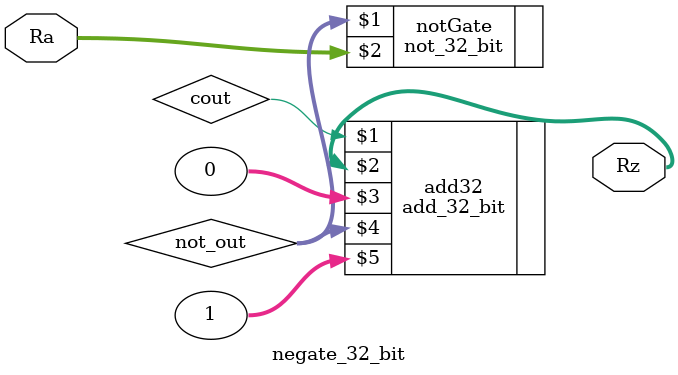
<source format=v>

module negate_32_bit(
	output wire [31:0] Rz,
	input wire [31:0] Ra
	);
	
	wire [31:0] not_out;
	wire cout;
	
	not_32_bit notGate(not_out, Ra); //We flip all the bits 
	add_32_bit add32(cout, Rz, 32'h00000000, not_out, 32'h00000001); //Then add 1
	
endmodule
</source>
